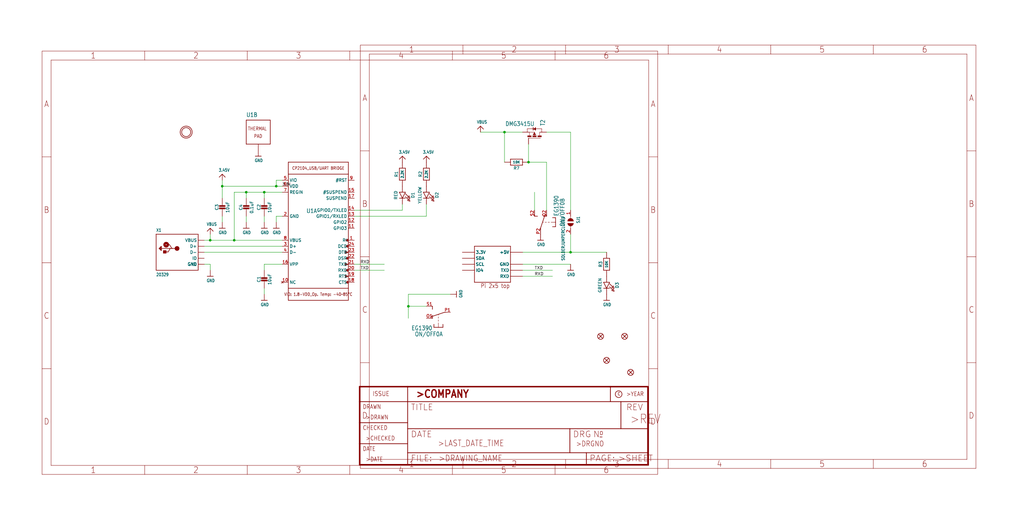
<source format=kicad_sch>
(kicad_sch (version 20211123) (generator eeschema)
  (paper "User" 433.07 220.421)
  (lib_symbols
    (symbol "schematicEagle-eagle-import:3.3V" (power)
      (property "Value" "3.3V" (at -1.524 1.016 0))
      (symbol "3.3V_1_0"
        (polyline (pts (xy -1.27 -1.27) (xy 0 0)) (stroke (width 0.254)))
        (polyline (pts (xy 0 0) (xy 1.27 -1.27)) (stroke (width 0.254)))
        (pin power_in line (at 0 -2.54 90) (length 2.54) (name "3.3V") (number "1"))
      )
    )
    (symbol "schematicEagle-eagle-import:CAP_CERAMIC0603_NO"
      (property "Reference" "C" (at -2.29 1.25 90))
      (property "Value" "CAP_CERAMIC0603_NO" (at 2.3 1.25 90))
      (symbol "CAP_CERAMIC0603_NO_1_0"
        (rectangle (start -1.27 0.508) (end 1.27 1.016) (fill (type outline)))
        (rectangle (start -1.27 1.524) (end 1.27 2.032) (fill (type outline)))
        (polyline (pts (xy 0 0.762) (xy 0 0)) (stroke (width 0.1524)))
        (polyline (pts (xy 0 2.54) (xy 0 1.778)) (stroke (width 0.1524)))
        (pin passive line (at 0 5.08 270) (length 2.54) (name "1") (number "1"))
        (pin passive line (at 0 -2.54 90) (length 2.54) (name "2") (number "2"))
      )
    )
    (symbol "schematicEagle-eagle-import:CAP_CERAMIC0805-NOOUTLINE"
      (property "Reference" "C" (at -2.29 1.25 90))
      (property "Value" "CAP_CERAMIC0805-NOOUTLINE" (at 2.3 1.25 90))
      (symbol "CAP_CERAMIC0805-NOOUTLINE_1_0"
        (rectangle (start -1.27 0.508) (end 1.27 1.016) (fill (type outline)))
        (rectangle (start -1.27 1.524) (end 1.27 2.032) (fill (type outline)))
        (polyline (pts (xy 0 0.762) (xy 0 0)) (stroke (width 0.1524)))
        (polyline (pts (xy 0 2.54) (xy 0 1.778)) (stroke (width 0.1524)))
        (pin passive line (at 0 5.08 270) (length 2.54) (name "1") (number "1"))
        (pin passive line (at 0 -2.54 90) (length 2.54) (name "2") (number "2"))
      )
    )
    (symbol "schematicEagle-eagle-import:CP2104"
      (property "Reference" "U" (at -5.08 6.35 0))
      (symbol "CP2104_1_0"
        (polyline (pts (xy -12.7 -30.48) (xy 12.7 -30.48)) (stroke (width 0.254)))
        (polyline (pts (xy -12.7 -25.4) (xy -12.7 -30.48)) (stroke (width 0.254)))
        (polyline (pts (xy -12.7 -25.4) (xy -12.7 22.86)) (stroke (width 0.254)))
        (polyline (pts (xy -12.7 22.86) (xy -12.7 27.94)) (stroke (width 0.254)))
        (polyline (pts (xy -12.7 22.86) (xy 12.7 22.86)) (stroke (width 0.254)))
        (polyline (pts (xy -12.7 27.94) (xy 12.7 27.94)) (stroke (width 0.254)))
        (polyline (pts (xy 12.7 -30.48) (xy 12.7 -25.4)) (stroke (width 0.254)))
        (polyline (pts (xy 12.7 -25.4) (xy -12.7 -25.4)) (stroke (width 0.254)))
        (polyline (pts (xy 12.7 22.86) (xy 12.7 -25.4)) (stroke (width 0.254)))
        (polyline (pts (xy 12.7 27.94) (xy 12.7 22.86)) (stroke (width 0.254)))
        (polyline (pts (xy 11.43 -19.685) (xy 11.43 -20.955) (xy 12.7 -20.32)) (fill (type outline)))
        (polyline (pts (xy 11.43 -14.605) (xy 11.43 -15.875) (xy 12.7 -15.24)) (fill (type outline)))
        (polyline (pts (xy 11.43 -9.525) (xy 11.43 -10.795) (xy 12.7 -10.16)) (fill (type outline)))
        (polyline (pts (xy 12.7 -22.225) (xy 11.43 -22.86) (xy 12.7 -23.495)) (fill (type outline)))
        (polyline (pts (xy 12.7 -17.145) (xy 11.43 -17.78) (xy 12.7 -18.415)) (fill (type outline)))
        (polyline (pts (xy 12.7 -12.065) (xy 11.43 -12.7) (xy 12.7 -13.335)) (fill (type outline)))
        (polyline (pts (xy 12.7 -6.985) (xy 11.43 -7.62) (xy 12.7 -8.255)) (fill (type outline)))
        (polyline (pts (xy 12.7 -4.445) (xy 11.43 -5.08) (xy 12.7 -5.715)) (fill (type outline)))
        (text "CP2104_USB/UART BRIDGE" (at 0 25.4 0) (effects (font (size 1.27 1.0795))))
        (text "VIO: 1.8-VDD_Op. Temp: -40~85°C" (at 0 -27.94 0) (effects (font (size 1.27 1.0795))))
        (pin input line (at 15.24 -5.08 180) (length 2.54) (name "RI") (number "1"))
        (pin no_connect line (at -15.24 -22.86 0) (length 2.54) (name "NC") (number "10"))
        (pin bidirectional line (at 15.24 0 180) (length 2.54) (name "GPIO3") (number "11"))
        (pin bidirectional line (at 15.24 2.54 180) (length 2.54) (name "GPIO2") (number "12"))
        (pin bidirectional line (at 15.24 5.08 180) (length 2.54) (name "GPIO1/RXLED") (number "13"))
        (pin bidirectional line (at 15.24 7.62 180) (length 2.54) (name "GPIO0/TXLED") (number "14"))
        (pin output line (at 15.24 15.24 180) (length 2.54) (name "#SUSPEND") (number "15"))
        (pin bidirectional line (at -15.24 -15.24 0) (length 2.54) (name "VPP") (number "16"))
        (pin output line (at 15.24 12.7 180) (length 2.54) (name "SUSPEND") (number "17"))
        (pin input line (at 15.24 -22.86 180) (length 2.54) (name "CTS") (number "18"))
        (pin output line (at 15.24 -20.32 180) (length 2.54) (name "RTS") (number "19"))
        (pin power_in line (at -15.24 5.08 0) (length 2.54) (name "GND") (number "2"))
        (pin input line (at 15.24 -17.78 180) (length 2.54) (name "RXD") (number "20"))
        (pin output line (at 15.24 -15.24 180) (length 2.54) (name "TXD") (number "21"))
        (pin input line (at 15.24 -12.7 180) (length 2.54) (name "DSR") (number "22"))
        (pin output line (at 15.24 -10.16 180) (length 2.54) (name "DTR") (number "23"))
        (pin input line (at 15.24 -7.62 180) (length 2.54) (name "DCD") (number "24"))
        (pin bidirectional line (at -15.24 -7.62 0) (length 2.54) (name "D+") (number "3"))
        (pin bidirectional line (at -15.24 -10.16 0) (length 2.54) (name "D-") (number "4"))
        (pin power_in line (at -15.24 20.32 0) (length 2.54) (name "VIO") (number "5"))
        (pin power_in line (at -15.24 17.78 0) (length 2.54) (name "VDD") (number "6"))
        (pin power_in line (at -15.24 15.24 0) (length 2.54) (name "REGIN") (number "7"))
        (pin power_in line (at -15.24 -5.08 0) (length 2.54) (name "VBUS") (number "8"))
        (pin bidirectional line (at 15.24 20.32 180) (length 2.54) (name "#RST") (number "9"))
      )
      (symbol "CP2104_2_0"
        (polyline (pts (xy -5.08 -5.08) (xy -5.08 5.08)) (stroke (width 0.254)))
        (polyline (pts (xy -5.08 5.08) (xy 5.08 5.08)) (stroke (width 0.254)))
        (polyline (pts (xy 5.08 -5.08) (xy -5.08 -5.08)) (stroke (width 0.254)))
        (polyline (pts (xy 5.08 5.08) (xy 5.08 -5.08)) (stroke (width 0.254)))
        (text "PAD" (at -1.905 -2.54 0) (effects (font (size 1.4224 1.209)) (justify left bottom)))
        (text "THERMAL" (at -4.445 0.635 0) (effects (font (size 1.4224 1.209)) (justify left bottom)))
        (pin power_in line (at 0 -7.62 90) (length 2.54) (name "TP") (number "THERM"))
      )
    )
    (symbol "schematicEagle-eagle-import:DPDT-EG1390"
      (property "Reference" "SW" (at -8.255 -1.905 90))
      (property "Value" "DPDT-EG1390" (at -5.715 2.54 90))
      (symbol "DPDT-EG1390_1_0"
        (polyline (pts (xy -6.35 -1.905) (xy -5.08 -1.905)) (stroke (width 0.254)))
        (polyline (pts (xy -6.35 0) (xy -6.35 -1.905)) (stroke (width 0.254)))
        (polyline (pts (xy -6.35 0) (xy -4.445 0)) (stroke (width 0.1524)))
        (polyline (pts (xy -6.35 1.905) (xy -6.35 0)) (stroke (width 0.254)))
        (polyline (pts (xy -6.35 1.905) (xy -5.08 1.905)) (stroke (width 0.254)))
        (polyline (pts (xy -3.175 0) (xy -3.81 0)) (stroke (width 0.1524)))
        (polyline (pts (xy -2.54 2.54) (xy -2.54 3.175)) (stroke (width 0.254)))
        (polyline (pts (xy -2.54 2.54) (xy -1.27 2.54)) (stroke (width 0.254)))
        (polyline (pts (xy -1.905 0) (xy -2.54 0)) (stroke (width 0.1524)))
        (polyline (pts (xy -0.889 0) (xy -1.27 0)) (stroke (width 0.1524)))
        (polyline (pts (xy 0 -3.175) (xy 0 -2.54)) (stroke (width 0.254)))
        (polyline (pts (xy 0 -2.54) (xy -1.905 3.175)) (stroke (width 0.254)))
        (polyline (pts (xy 1.27 2.54) (xy 2.54 2.54)) (stroke (width 0.254)))
        (polyline (pts (xy 2.54 2.54) (xy 2.54 3.175)) (stroke (width 0.254)))
        (pin passive line (at -2.54 5.08 270) (length 2.54) (name "O") (number "O1"))
        (pin passive line (at 0 -5.08 90) (length 2.54) (name "P") (number "P1"))
        (pin passive line (at 2.54 5.08 270) (length 2.54) (name "S") (number "S1"))
      )
      (symbol "DPDT-EG1390_2_0"
        (polyline (pts (xy -6.35 -1.905) (xy -5.08 -1.905)) (stroke (width 0.254)))
        (polyline (pts (xy -6.35 0) (xy -6.35 -1.905)) (stroke (width 0.254)))
        (polyline (pts (xy -6.35 0) (xy -4.445 0)) (stroke (width 0.1524)))
        (polyline (pts (xy -6.35 1.905) (xy -6.35 0)) (stroke (width 0.254)))
        (polyline (pts (xy -6.35 1.905) (xy -5.08 1.905)) (stroke (width 0.254)))
        (polyline (pts (xy -3.175 0) (xy -3.81 0)) (stroke (width 0.1524)))
        (polyline (pts (xy -2.54 2.54) (xy -2.54 3.175)) (stroke (width 0.254)))
        (polyline (pts (xy -2.54 2.54) (xy -1.27 2.54)) (stroke (width 0.254)))
        (polyline (pts (xy -1.905 0) (xy -2.54 0)) (stroke (width 0.1524)))
        (polyline (pts (xy -0.889 0) (xy -1.27 0)) (stroke (width 0.1524)))
        (polyline (pts (xy 0 -3.175) (xy 0 -2.54)) (stroke (width 0.254)))
        (polyline (pts (xy 0 -2.54) (xy -1.905 3.175)) (stroke (width 0.254)))
        (polyline (pts (xy 1.27 2.54) (xy 2.54 2.54)) (stroke (width 0.254)))
        (polyline (pts (xy 2.54 2.54) (xy 2.54 3.175)) (stroke (width 0.254)))
        (pin passive line (at -2.54 5.08 270) (length 2.54) (name "O") (number "O2"))
        (pin passive line (at 0 -5.08 90) (length 2.54) (name "P") (number "P2"))
        (pin passive line (at 2.54 5.08 270) (length 2.54) (name "S") (number "S2"))
      )
    )
    (symbol "schematicEagle-eagle-import:FIDUCIAL_1MM"
      (symbol "FIDUCIAL_1MM_1_0"
        (polyline (pts (xy -0.762 0.762) (xy 0.762 -0.762)) (stroke (width 0.254)))
        (polyline (pts (xy 0.762 0.762) (xy -0.762 -0.762)) (stroke (width 0.254)))
        (circle (center 0 0) (radius 1.27) (stroke (width 0.254)))
      )
    )
    (symbol "schematicEagle-eagle-import:FRAME_A4"
      (symbol "FRAME_A4_0_0"
        (polyline (pts (xy 0 44.7675) (xy 3.81 44.7675)))
        (polyline (pts (xy 0 89.535) (xy 3.81 89.535)))
        (polyline (pts (xy 0 134.3025) (xy 3.81 134.3025)))
        (polyline (pts (xy 3.81 3.81) (xy 3.81 175.26)))
        (polyline (pts (xy 43.3917 0) (xy 43.3917 3.81)))
        (polyline (pts (xy 43.3917 175.26) (xy 43.3917 179.07)))
        (polyline (pts (xy 86.7833 0) (xy 86.7833 3.81)))
        (polyline (pts (xy 86.7833 175.26) (xy 86.7833 179.07)))
        (polyline (pts (xy 130.175 0) (xy 130.175 3.81)))
        (polyline (pts (xy 130.175 175.26) (xy 130.175 179.07)))
        (polyline (pts (xy 173.5667 0) (xy 173.5667 3.81)))
        (polyline (pts (xy 173.5667 175.26) (xy 173.5667 179.07)))
        (polyline (pts (xy 216.9583 0) (xy 216.9583 3.81)))
        (polyline (pts (xy 216.9583 175.26) (xy 216.9583 179.07)))
        (polyline (pts (xy 256.54 3.81) (xy 3.81 3.81)))
        (polyline (pts (xy 256.54 3.81) (xy 256.54 175.26)))
        (polyline (pts (xy 256.54 44.7675) (xy 260.35 44.7675)))
        (polyline (pts (xy 256.54 89.535) (xy 260.35 89.535)))
        (polyline (pts (xy 256.54 134.3025) (xy 260.35 134.3025)))
        (polyline (pts (xy 256.54 175.26) (xy 3.81 175.26)))
        (polyline (pts (xy 0 0) (xy 260.35 0) (xy 260.35 179.07) (xy 0 179.07) (xy 0 0)))
        (text "1" (at 21.6958 1.905 0) (effects (font (size 2.54 2.286))))
        (text "1" (at 21.6958 177.165 0) (effects (font (size 2.54 2.286))))
        (text "2" (at 65.0875 1.905 0) (effects (font (size 2.54 2.286))))
        (text "2" (at 65.0875 177.165 0) (effects (font (size 2.54 2.286))))
        (text "3" (at 108.4792 1.905 0) (effects (font (size 2.54 2.286))))
        (text "3" (at 108.4792 177.165 0) (effects (font (size 2.54 2.286))))
        (text "4" (at 151.8708 1.905 0) (effects (font (size 2.54 2.286))))
        (text "4" (at 151.8708 177.165 0) (effects (font (size 2.54 2.286))))
        (text "5" (at 195.2625 1.905 0) (effects (font (size 2.54 2.286))))
        (text "5" (at 195.2625 177.165 0) (effects (font (size 2.54 2.286))))
        (text "6" (at 238.6542 1.905 0) (effects (font (size 2.54 2.286))))
        (text "6" (at 238.6542 177.165 0) (effects (font (size 2.54 2.286))))
        (text "A" (at 1.905 156.6863 0) (effects (font (size 2.54 2.286))))
        (text "A" (at 258.445 156.6863 0) (effects (font (size 2.54 2.286))))
        (text "B" (at 1.905 111.9188 0) (effects (font (size 2.54 2.286))))
        (text "B" (at 258.445 111.9188 0) (effects (font (size 2.54 2.286))))
        (text "C" (at 1.905 67.1513 0) (effects (font (size 2.54 2.286))))
        (text "C" (at 258.445 67.1513 0) (effects (font (size 2.54 2.286))))
        (text "D" (at 1.905 22.3838 0) (effects (font (size 2.54 2.286))))
        (text "D" (at 258.445 22.3838 0) (effects (font (size 2.54 2.286))))
      )
      (symbol "FRAME_A4_1_0"
        (polyline (pts (xy 256.54 3.81) (xy 256.54 8.89)) (stroke (width 0.1016)))
        (polyline (pts (xy 256.54 8.89) (xy 256.54 13.97)) (stroke (width 0.1016)))
        (polyline (pts (xy 256.54 13.97) (xy 256.54 19.05)) (stroke (width 0.1016)))
        (polyline (pts (xy 256.54 19.05) (xy 256.54 36.83)) (stroke (width 0.1016)))
      )
      (symbol "FRAME_A4_2_0"
        (polyline (pts (xy -0.3048 1.5748) (xy 20.0152 1.5748)) (stroke (width 0.6096)))
        (polyline (pts (xy -0.3048 10.4648) (xy -0.3048 1.5748)) (stroke (width 0.6096)))
        (polyline (pts (xy -0.3048 10.4648) (xy 20.0152 10.4648)) (stroke (width 0.3048)))
        (polyline (pts (xy -0.3048 19.3548) (xy -0.3048 10.4648)) (stroke (width 0.6096)))
        (polyline (pts (xy -0.3048 19.3548) (xy 20.0152 19.3548)) (stroke (width 0.3048)))
        (polyline (pts (xy -0.3048 28.2448) (xy -0.3048 19.3548)) (stroke (width 0.6096)))
        (polyline (pts (xy -0.3048 28.2448) (xy 20.0152 28.2448)) (stroke (width 0.3048)))
        (polyline (pts (xy -0.3048 34.5948) (xy -0.3048 28.2448)) (stroke (width 0.6096)))
        (polyline (pts (xy 20.0152 1.5748) (xy 20.0152 6.6548)) (stroke (width 0.3048)))
        (polyline (pts (xy 20.0152 1.5748) (xy 95.5802 1.5748)) (stroke (width 0.6096)))
        (polyline (pts (xy 20.0152 6.6548) (xy 20.0152 10.4648)) (stroke (width 0.3048)))
        (polyline (pts (xy 20.0152 6.6548) (xy 88.5952 6.6548)) (stroke (width 0.3048)))
        (polyline (pts (xy 20.0152 10.4648) (xy 20.0152 16.8148)) (stroke (width 0.3048)))
        (polyline (pts (xy 20.0152 16.8148) (xy 20.0152 19.3548)) (stroke (width 0.3048)))
        (polyline (pts (xy 20.0152 19.3548) (xy 20.0152 28.2448)) (stroke (width 0.3048)))
        (polyline (pts (xy 20.0152 28.2448) (xy 20.0152 34.5948)) (stroke (width 0.3048)))
        (polyline (pts (xy 20.0152 28.2448) (xy 105.7402 28.2448)) (stroke (width 0.3048)))
        (polyline (pts (xy 20.0152 34.5948) (xy -0.3048 34.5948)) (stroke (width 0.6096)))
        (polyline (pts (xy 88.5952 6.6548) (xy 95.5802 6.6548)) (stroke (width 0.3048)))
        (polyline (pts (xy 88.5952 16.8148) (xy 20.0152 16.8148)) (stroke (width 0.3048)))
        (polyline (pts (xy 88.5952 16.8148) (xy 88.5952 6.6548)) (stroke (width 0.3048)))
        (polyline (pts (xy 95.5802 1.5748) (xy 121.6152 1.5748)) (stroke (width 0.6096)))
        (polyline (pts (xy 95.5802 6.6548) (xy 95.5802 1.5748)) (stroke (width 0.3048)))
        (polyline (pts (xy 95.5802 6.6548) (xy 121.6152 6.6548)) (stroke (width 0.3048)))
        (polyline (pts (xy 101.2952 13.3223) (xy 102.2477 13.3223)) (stroke (width 0.254)))
        (polyline (pts (xy 105.7402 28.2448) (xy 105.7402 34.5948)) (stroke (width 0.3048)))
        (polyline (pts (xy 105.7402 28.2448) (xy 110.1852 28.2448)) (stroke (width 0.3048)))
        (polyline (pts (xy 105.7402 34.5948) (xy 20.0152 34.5948)) (stroke (width 0.6096)))
        (polyline (pts (xy 110.1852 16.8148) (xy 88.5952 16.8148)) (stroke (width 0.3048)))
        (polyline (pts (xy 110.1852 28.2448) (xy 110.1852 16.8148)) (stroke (width 0.3048)))
        (polyline (pts (xy 110.1852 28.2448) (xy 121.6152 28.2448)) (stroke (width 0.3048)))
        (polyline (pts (xy 121.6152 6.6548) (xy 121.6152 1.5748)) (stroke (width 0.6096)))
        (polyline (pts (xy 121.6152 16.8148) (xy 110.1852 16.8148)) (stroke (width 0.3048)))
        (polyline (pts (xy 121.6152 16.8148) (xy 121.6152 6.6548)) (stroke (width 0.6096)))
        (polyline (pts (xy 121.6152 28.2448) (xy 121.6152 16.8148)) (stroke (width 0.6096)))
        (polyline (pts (xy 121.6152 34.5948) (xy 105.7402 34.5948)) (stroke (width 0.6096)))
        (polyline (pts (xy 121.6152 34.5948) (xy 121.6152 28.2448)) (stroke (width 0.6096)))
        (circle (center 109.2327 31.4198) (radius 1.4199) (stroke (width 0.254)))
        (text ">CHECKED" (at 2.2352 11.7348 0) (effects (font (size 1.778 1.5113)) (justify left bottom)))
        (text ">COMPANY" (at 23.349 29.6735 0) (effects (font (size 3.175 2.6987) (thickness 0.5397) bold) (justify left bottom)))
        (text ">DATE" (at 2.2352 2.8448 0) (effects (font (size 1.778 1.5113)) (justify left bottom)))
        (text ">DRAWING_NAME" (at 33.0327 2.8448 0) (effects (font (size 2.54 2.159)) (justify left bottom)))
        (text ">DRAWN" (at 2.2352 20.6248 0) (effects (font (size 1.778 1.5113)) (justify left bottom)))
        (text ">DRGNO" (at 91.1352 9.1948 0) (effects (font (size 2.1844 1.8567)) (justify left bottom)))
        (text ">LAST_DATE_TIME" (at 32.7152 9.1948 0) (effects (font (size 2.54 2.159)) (justify left bottom)))
        (text ">REV" (at 113.9952 18.7198 0) (effects (font (size 3.81 3.2385)) (justify left bottom)))
        (text ">SHEET" (at 108.9152 2.8448 0) (effects (font (size 2.54 2.54)) (justify left bottom)))
        (text ">YEAR" (at 112.4077 30.4673 0) (effects (font (size 1.778 1.5113)) (justify left bottom)))
        (text "C" (at 108.7564 30.7848 0) (effects (font (size 1.27 1.0795)) (justify left bottom)))
        (text "CHECKED" (at 0.9652 16.1798 0) (effects (font (size 1.778 1.5113)) (justify left bottom)))
        (text "DATE" (at 0.9652 7.2898 0) (effects (font (size 1.778 1.5113)) (justify left bottom)))
        (text "DATE" (at 21.2852 13.0048 0) (effects (font (size 2.54 2.54)) (justify left bottom)))
        (text "DRAWN" (at 0.9652 25.0698 0) (effects (font (size 1.778 1.5113)) (justify left bottom)))
        (text "DRG" (at 89.8652 13.0048 0) (effects (font (size 2.54 2.54)) (justify left bottom)))
        (text "FILE:" (at 21.2852 2.8448 0) (effects (font (size 2.54 2.54)) (justify left bottom)))
        (text "ISSUE" (at 5.0927 30.4673 0) (effects (font (size 1.9304 1.6408)) (justify left bottom)))
        (text "N" (at 98.4377 13.0048 0) (effects (font (size 2.54 2.54)) (justify left bottom)))
        (text "o" (at 100.9777 13.9573 0) (effects (font (size 2.1844 1.8567)) (justify left bottom)))
        (text "PAGE:" (at 96.8502 2.8448 0) (effects (font (size 2.54 2.54)) (justify left bottom)))
        (text "REV" (at 112.4077 24.4348 0) (effects (font (size 2.54 2.54)) (justify left bottom)))
        (text "TITLE" (at 21.2852 24.4348 0) (effects (font (size 2.54 2.54)) (justify left bottom)))
      )
    )
    (symbol "schematicEagle-eagle-import:GND" (power)
      (property "Value" "GND" (at -1.524 -2.54 0))
      (symbol "GND_1_0"
        (polyline (pts (xy -1.27 0) (xy 1.27 0)) (stroke (width 0.254)))
        (pin power_in line (at 0 2.54 270) (length 2.54) (name "GND") (number "1"))
      )
    )
    (symbol "schematicEagle-eagle-import:LED0603_NOOUTLINE"
      (property "Reference" "D" (at -1.27 4.445 0))
      (property "Value" "LED0603_NOOUTLINE" (at -1.27 -2.794 0))
      (symbol "LED0603_NOOUTLINE_1_0"
        (polyline (pts (xy -2.54 -1.27) (xy 0 0)) (stroke (width 0.254)))
        (polyline (pts (xy -2.54 1.27) (xy -2.54 -1.27)) (stroke (width 0.254)))
        (polyline (pts (xy -1.905 1.27) (xy -0.635 2.54)) (stroke (width 0.254)))
        (polyline (pts (xy -0.9525 2.8575) (xy -0.3175 2.2225)) (stroke (width 0.254)))
        (polyline (pts (xy -0.635 1.27) (xy 0.635 2.54)) (stroke (width 0.254)))
        (polyline (pts (xy -0.3175 2.2225) (xy 0 3.175)) (stroke (width 0.254)))
        (polyline (pts (xy 0 0) (xy -2.54 1.27)) (stroke (width 0.254)))
        (polyline (pts (xy 0 0) (xy 0 -1.27)) (stroke (width 0.254)))
        (polyline (pts (xy 0 1.27) (xy 0 0)) (stroke (width 0.254)))
        (polyline (pts (xy 0 3.175) (xy -0.9525 2.8575)) (stroke (width 0.254)))
        (polyline (pts (xy 0.3175 2.8575) (xy 0.9525 2.2225)) (stroke (width 0.254)))
        (polyline (pts (xy 0.9525 2.2225) (xy 1.27 3.175)) (stroke (width 0.254)))
        (polyline (pts (xy 1.27 3.175) (xy 0.3175 2.8575)) (stroke (width 0.254)))
        (pin passive line (at -5.08 0 0) (length 2.54) (name "A") (number "A"))
        (pin passive line (at 2.54 0 180) (length 2.54) (name "C") (number "C"))
      )
    )
    (symbol "schematicEagle-eagle-import:MOUNTINGHOLE3.0THIN"
      (symbol "MOUNTINGHOLE3.0THIN_1_0"
        (circle (center 0 0) (radius 1.905) (stroke (width 0.254)))
        (circle (center 0 0) (radius 2.54) (stroke (width 0.254)))
      )
    )
    (symbol "schematicEagle-eagle-import:PMOSSOT23"
      (property "Reference" "T" (at 2.54 2.54 0))
      (property "Value" "PMOSSOT23" (at 2.54 0 0))
      (symbol "PMOSSOT23_1_0"
        (rectangle (start -2.032 -2.921) (end -1.524 -1.397) (fill (type outline)))
        (rectangle (start -2.032 -0.762) (end -1.524 0.762) (fill (type outline)))
        (rectangle (start -2.032 1.397) (end -1.524 2.921) (fill (type outline)))
        (polyline (pts (xy -2.54 -2.54) (xy -2.54 2.54)) (stroke (width 0.1524)))
        (polyline (pts (xy -1.651 0) (xy 0 0)) (stroke (width 0.1524)))
        (polyline (pts (xy -1.524 -2.159) (xy 0 -2.159)) (stroke (width 0.1524)))
        (polyline (pts (xy -1.524 2.159) (xy 0 2.159)) (stroke (width 0.1524)))
        (polyline (pts (xy 0 -2.159) (xy 0 -2.54)) (stroke (width 0.1524)))
        (polyline (pts (xy 0 0) (xy 0 -2.159)) (stroke (width 0.1524)))
        (polyline (pts (xy 0 2.159) (xy 0 2.54)) (stroke (width 0.1524)))
        (polyline (pts (xy 0 3.048) (xy 1.397 3.048)) (stroke (width 0.1524)))
        (polyline (pts (xy 1.397 -3.048) (xy 0 -3.048)) (stroke (width 0.1524)))
        (polyline (pts (xy 1.397 -0.508) (xy 1.397 -3.048)) (stroke (width 0.1524)))
        (polyline (pts (xy 1.397 3.048) (xy 1.397 0.381)) (stroke (width 0.1524)))
        (polyline (pts (xy -0.127 0) (xy -1.143 -0.635) (xy -1.143 0.635)) (fill (type outline)))
        (polyline (pts (xy 1.397 -0.508) (xy 0.762 0.508) (xy 2.032 0.508)) (fill (type outline)))
        (rectangle (start 0.762 -0.635) (end 2.032 -0.508) (fill (type outline)))
        (pin passive line (at 0 5.08 270) (length 2.54) (name "D") (number "1"))
        (pin passive line (at 0 -5.08 90) (length 2.54) (name "S") (number "2"))
        (pin passive line (at -5.08 -2.54 0) (length 2.54) (name "G") (number "3"))
      )
    )
    (symbol "schematicEagle-eagle-import:RASPBERRYPI_2X5"
      (symbol "RASPBERRYPI_2X5_1_0"
        (polyline (pts (xy -7.62 -7.62) (xy -7.62 7.62)) (stroke (width 0.254)))
        (polyline (pts (xy -7.62 7.62) (xy 7.62 7.62)) (stroke (width 0.254)))
        (polyline (pts (xy 7.62 -7.62) (xy -7.62 -7.62)) (stroke (width 0.254)))
        (polyline (pts (xy 7.62 7.62) (xy 7.62 -7.62)) (stroke (width 0.254)))
        (text "Pi 2x5 top" (at -5.08 -10.16 0) (effects (font (size 1.778 1.5113)) (justify left bottom)))
        (pin bidirectional line (at -12.7 5.08 0) (length 5.08) (name "3.3V") (number "1"))
        (pin bidirectional line (at -12.7 5.08 0) (length 5.08) (name "3.3V") (number "1'"))
        (pin input line (at 12.7 -5.08 180) (length 5.08) (name "RXD") (number "10"))
        (pin input line (at 12.7 -5.08 180) (length 5.08) (name "RXD") (number "10'"))
        (pin bidirectional line (at 12.7 5.08 180) (length 5.08) (name "+5V") (number "2"))
        (pin bidirectional line (at 12.7 5.08 180) (length 5.08) (name "+5V") (number "2'"))
        (pin bidirectional line (at -12.7 2.54 0) (length 5.08) (name "SDA") (number "3"))
        (pin bidirectional line (at -12.7 2.54 0) (length 5.08) (name "SDA") (number "3'"))
        (pin bidirectional line (at 12.7 5.08 180) (length 5.08) (name "+5V") (number "4"))
        (pin bidirectional line (at 12.7 5.08 180) (length 5.08) (name "+5V") (number "4'"))
        (pin bidirectional line (at -12.7 -2.54 0) (length 5.08) (name "IO4") (number "5"))
        (pin bidirectional line (at -12.7 -2.54 0) (length 5.08) (name "IO4") (number "5'"))
        (pin power_in line (at 12.7 0 180) (length 5.08) (name "GND") (number "6"))
        (pin power_in line (at 12.7 0 180) (length 5.08) (name "GND") (number "6'"))
        (pin bidirectional line (at -12.7 0 0) (length 5.08) (name "SCL") (number "7"))
        (pin bidirectional line (at -12.7 0 0) (length 5.08) (name "SCL") (number "7'"))
        (pin output line (at 12.7 -2.54 180) (length 5.08) (name "TXD") (number "8"))
        (pin output line (at 12.7 -2.54 180) (length 5.08) (name "TXD") (number "8'"))
        (pin power_in line (at 12.7 0 180) (length 5.08) (name "GND") (number "9"))
        (pin power_in line (at 12.7 0 180) (length 5.08) (name "GND") (number "9'"))
      )
    )
    (symbol "schematicEagle-eagle-import:RESISTOR_0603_NOOUT"
      (property "Reference" "R" (at 0 2.54 0))
      (property "Value" "RESISTOR_0603_NOOUT" (at 0 0 0))
      (symbol "RESISTOR_0603_NOOUT_1_0"
        (polyline (pts (xy -2.54 -1.27) (xy -2.54 1.27)) (stroke (width 0.254)))
        (polyline (pts (xy -2.54 1.27) (xy 2.54 1.27)) (stroke (width 0.254)))
        (polyline (pts (xy 2.54 -1.27) (xy -2.54 -1.27)) (stroke (width 0.254)))
        (polyline (pts (xy 2.54 1.27) (xy 2.54 -1.27)) (stroke (width 0.254)))
        (pin passive line (at -5.08 0 0) (length 2.54) (name "1") (number "1"))
        (pin passive line (at 5.08 0 180) (length 2.54) (name "2") (number "2"))
      )
    )
    (symbol "schematicEagle-eagle-import:SOLDERJUMPERCLOSED"
      (property "Reference" "SJ" (at -2.54 2.54 0))
      (property "Value" "SOLDERJUMPERCLOSED" (at -2.54 -3.81 0))
      (symbol "SOLDERJUMPERCLOSED_1_0"
        (arc (start -0.381 1.2699) (mid -1.6508 0) (end -0.381 -1.2699) (stroke (width 0.0001)) (fill (type outline)))
        (polyline (pts (xy -2.54 0) (xy -1.651 0)) (stroke (width 0.1524)))
        (polyline (pts (xy 2.54 0) (xy 1.651 0)) (stroke (width 0.1524)))
        (arc (start 0.381 -1.2699) (mid 1.6508 0) (end 0.381 1.2699) (stroke (width 0.0001)) (fill (type outline)))
        (pin passive line (at -5.08 0 0) (length 2.54) (name "1") (number "1"))
        (pin passive line (at 5.08 0 180) (length 2.54) (name "2") (number "2"))
      )
    )
    (symbol "schematicEagle-eagle-import:USB_MICRO_20329_V2"
      (property "Reference" "X" (at -10.16 8.636 0))
      (property "Value" "USB_MICRO_20329_V2" (at -10.16 -10.16 0))
      (symbol "USB_MICRO_20329_V2_1_0"
        (rectangle (start -7.12 -0.45) (end -5.92 0.75) (fill (type outline)))
        (circle (center -5.92 3.2) (radius 0.2) (stroke (width 1)))
        (circle (center -1.32 1.6) (radius 0.5) (stroke (width 1)))
        (polyline (pts (xy -10.2 7.62) (xy -10.16 7.62)) (stroke (width 0.254)))
        (polyline (pts (xy -10.16 -7.62) (xy 7.62 -7.62)) (stroke (width 0.254)))
        (polyline (pts (xy -10.16 7.62) (xy -10.16 -7.62)) (stroke (width 0.254)))
        (polyline (pts (xy -10.16 7.62) (xy 7.62 7.62)) (stroke (width 0.254)))
        (polyline (pts (xy -8.92 1.6) (xy -8.12 2.4)) (stroke (width 0.254)))
        (polyline (pts (xy -8.52 1.4) (xy -8.32 1.2)) (stroke (width 0.254)))
        (polyline (pts (xy -8.52 1.6) (xy -8.52 1.4)) (stroke (width 0.254)))
        (polyline (pts (xy -8.32 1.2) (xy -8.32 2)) (stroke (width 0.254)))
        (polyline (pts (xy -8.32 2) (xy -8.72 1.6)) (stroke (width 0.254)))
        (polyline (pts (xy -8.12 0.8) (xy -8.92 1.6)) (stroke (width 0.254)))
        (polyline (pts (xy -8.12 1) (xy -8.12 2.4)) (stroke (width 0.254)))
        (polyline (pts (xy -8.12 2.4) (xy -7.92 2.4)) (stroke (width 0.254)))
        (polyline (pts (xy -7.92 0.8) (xy -8.12 0.8)) (stroke (width 0.254)))
        (polyline (pts (xy -7.92 1.6) (xy -7.92 0.8)) (stroke (width 0.254)))
        (polyline (pts (xy -7.92 2.4) (xy -7.92 1.6)) (stroke (width 0.254)))
        (polyline (pts (xy -6.27 0.15) (xy -5.07 0.15)) (stroke (width 0.254)))
        (polyline (pts (xy -5.52 3.2) (xy -4.52 3.2)) (stroke (width 0.254)))
        (polyline (pts (xy -5.07 0.15) (xy -4.22 1.6)) (stroke (width 0.254)))
        (polyline (pts (xy -4.52 3.2) (xy -3.47 1.6)) (stroke (width 0.254)))
        (polyline (pts (xy -4.22 1.6) (xy -7.92 1.6)) (stroke (width 0.254)))
        (polyline (pts (xy -3.47 1.6) (xy -4.22 1.6)) (stroke (width 0.254)))
        (polyline (pts (xy -1.32 1.6) (xy -3.47 1.6)) (stroke (width 0.254)))
        (polyline (pts (xy 7.62 7.62) (xy 7.62 -7.62)) (stroke (width 0.254)))
        (pin power_in line (at 10.16 -5.08 180) (length 2.54) (name "GND") (number "BASE@1"))
        (pin power_in line (at 10.16 -5.08 180) (length 2.54) (name "GND") (number "BASE@2"))
        (pin bidirectional line (at 10.16 2.54 180) (length 2.54) (name "D+") (number "D+"))
        (pin bidirectional line (at 10.16 0 180) (length 2.54) (name "D-") (number "D-"))
        (pin power_in line (at 10.16 -5.08 180) (length 2.54) (name "GND") (number "GND"))
        (pin bidirectional line (at 10.16 -2.54 180) (length 2.54) (name "ID") (number "ID"))
        (pin power_in line (at 10.16 -5.08 180) (length 2.54) (name "GND") (number "SPRT@1"))
        (pin power_in line (at 10.16 -5.08 180) (length 2.54) (name "GND") (number "SPRT@2"))
        (pin power_in line (at 10.16 -5.08 180) (length 2.54) (name "GND") (number "SPRT@3"))
        (pin power_in line (at 10.16 -5.08 180) (length 2.54) (name "GND") (number "SPRT@4"))
        (pin power_in line (at 10.16 5.08 180) (length 2.54) (name "VBUS") (number "VBUS"))
      )
    )
    (symbol "schematicEagle-eagle-import:VBUS" (power)
      (property "Value" "VBUS" (at -1.524 1.016 0))
      (symbol "VBUS_1_0"
        (polyline (pts (xy -1.27 -1.27) (xy 0 0)) (stroke (width 0.254)))
        (polyline (pts (xy 0 0) (xy 1.27 -1.27)) (stroke (width 0.254)))
        (pin power_in line (at 0 -2.54 90) (length 2.54) (name "VBUS") (number "1"))
      )
    )
  )
  (junction (at 213.36 55.88))
  (junction (at 223.52 68.58))
  (junction (at 116.84 78.74))
  (junction (at 93.98 78.74))
  (junction (at 241.3 106.68))
  (junction (at 99.06 101.6))
  (junction (at 111.76 81.28))
  (junction (at 88.9 101.6))
  (junction (at 172.72 129.54))
  (junction (at 104.14 81.28))
  (wire (pts (xy 172.72 124.46) (xy 190.5 124.46)))
  (wire (pts (xy 99.06 81.28) (xy 99.06 101.6)))
  (wire (pts (xy 220.98 114.3) (xy 233.68 114.3)))
  (wire (pts (xy 162.56 114.3) (xy 149.86 114.3)))
  (wire (pts (xy 88.9 111.76) (xy 88.9 114.3)))
  (wire (pts (xy 93.98 91.44) (xy 93.98 93.98)))
  (wire (pts (xy 116.84 91.44) (xy 116.84 93.98)))
  (wire (pts (xy 111.76 121.92) (xy 111.76 124.46)))
  (wire (pts (xy 119.38 111.76) (xy 111.76 111.76)))
  (wire (pts (xy 99.06 101.6) (xy 119.38 101.6)))
  (wire (pts (xy 226.06 81.28) (xy 226.06 88.9)))
  (wire (pts (xy 104.14 81.28) (xy 99.06 81.28)))
  (wire (pts (xy 233.68 116.84) (xy 220.98 116.84)))
  (wire (pts (xy 119.38 78.74) (xy 116.84 78.74)))
  (wire (pts (xy 93.98 78.74) (xy 93.98 83.82)))
  (wire (pts (xy 111.76 81.28) (xy 111.76 83.82)))
  (wire (pts (xy 119.38 76.2) (xy 116.84 76.2)))
  (wire (pts (xy 116.84 76.2) (xy 116.84 78.74)))
  (wire (pts (xy 119.38 81.28) (xy 111.76 81.28)))
  (wire (pts (xy 213.36 55.88) (xy 220.98 55.88)))
  (wire (pts (xy 223.52 68.58) (xy 231.14 68.58)))
  (wire (pts (xy 172.72 129.54) (xy 172.72 124.46)))
  (wire (pts (xy 86.36 111.76) (xy 88.9 111.76)))
  (wire (pts (xy 170.18 88.9) (xy 170.18 86.36)))
  (wire (pts (xy 104.14 81.28) (xy 104.14 83.82)))
  (wire (pts (xy 111.76 91.44) (xy 111.76 93.98)))
  (wire (pts (xy 116.84 78.74) (xy 93.98 78.74)))
  (wire (pts (xy 223.52 68.58) (xy 223.52 60.96)))
  (wire (pts (xy 149.86 111.76) (xy 162.56 111.76)))
  (wire (pts (xy 149.86 88.9) (xy 170.18 88.9)))
  (wire (pts (xy 203.2 55.88) (xy 213.36 55.88)))
  (wire (pts (xy 180.34 91.44) (xy 180.34 86.36)))
  (wire (pts (xy 149.86 91.44) (xy 180.34 91.44)))
  (wire (pts (xy 231.14 68.58) (xy 231.14 88.9)))
  (wire (pts (xy 241.3 111.76) (xy 220.98 111.76)))
  (wire (pts (xy 86.36 101.6) (xy 88.9 101.6)))
  (wire (pts (xy 241.3 106.68) (xy 220.98 106.68)))
  (wire (pts (xy 93.98 78.74) (xy 93.98 76.2)))
  (wire (pts (xy 241.3 99.06) (xy 241.3 106.68)))
  (wire (pts (xy 241.3 106.68) (xy 256.54 106.68)))
  (wire (pts (xy 213.36 68.58) (xy 213.36 55.88)))
  (wire (pts (xy 86.36 104.14) (xy 119.38 104.14)))
  (wire (pts (xy 88.9 101.6) (xy 99.06 101.6)))
  (wire (pts (xy 86.36 106.68) (xy 119.38 106.68)))
  (wire (pts (xy 119.38 91.44) (xy 116.84 91.44)))
  (wire (pts (xy 111.76 81.28) (xy 104.14 81.28)))
  (wire (pts (xy 111.76 111.76) (xy 111.76 114.3)))
  (wire (pts (xy 88.9 101.6) (xy 88.9 99.06)))
  (wire (pts (xy 104.14 91.44) (xy 104.14 93.98)))
  (wire (pts (xy 241.3 88.9) (xy 241.3 55.88)))
  (wire (pts (xy 231.14 55.88) (xy 241.3 55.88)))
  (wire (pts (xy 172.72 129.54) (xy 180.34 129.54)))
  (wire (pts (xy 172.72 134.62) (xy 172.72 129.54)))
  (label "RXD" (at 152.4 111.76 0) (effects (font (size 1.2446 1.2446))))
  (label "TXD" (at 152.4 114.3 0) (effects (font (size 1.2446 1.2446))))
  (label "RXD" (at 226.06 116.84 0) (effects (font (size 1.2446 1.2446))))
  (label "3.3V" (at 119.38 78.74 0) (effects (font (size 1.016 1.016))))
  (label "TXD" (at 226.06 114.3 0) (effects (font (size 1.2446 1.2446))))
  (symbol (lib_id "schematicEagle-eagle-import:MOUNTINGHOLE3.0THIN") (at 78.74 55.88 0) (unit 1)
    (property "Reference" "U$18" (effects hide))
    (property "Value" "MOUNTINGHOLE3.0THIN" (effects hide))
    (property "Footprint" "schematicEagle:MOUNTINGHOLE_3.0_PLATEDTHIN" (effects hide))
  )
  (symbol (lib_id "schematicEagle-eagle-import:GND") (at 116.84 96.52 0) (unit 1)
    (property "Reference" "#U$2" (effects hide))
    (property "Value" "GND" (at 115.316 99.06 0) (effects (font (size 1.27 1.0795)) (justify left bottom)))
    (property "Footprint" "schematicEagle:" (effects hide))
  )
  (symbol (lib_id "schematicEagle-eagle-import:RESISTOR_0603_NOOUT") (at 180.34 73.66 90) (unit 1)
    (property "Reference" "R2" (at 177.8 73.66 0))
    (property "Value" "2.2K" (at 180.34 73.66 0) (effects (font (size 1.016 1.016) bold)))
    (property "Footprint" "schematicEagle:0603-NO" (effects hide))
  )
  (symbol (lib_id "schematicEagle-eagle-import:3.3V") (at 170.18 66.04 0) (unit 1)
    (property "Reference" "#U$10" (effects hide))
    (property "Value" "3.45V" (at 168.656 65.024 0) (effects (font (size 1.27 1.0795)) (justify left bottom)))
    (property "Footprint" "schematicEagle:" (effects hide))
  )
  (symbol (lib_id "schematicEagle-eagle-import:LED0603_NOOUTLINE") (at 170.18 83.82 270) (unit 1)
    (property "Reference" "D1" (at 174.625 82.55 0))
    (property "Value" "RED" (at 167.386 82.55 0))
    (property "Footprint" "schematicEagle:CHIPLED_0603_NOOUTLINE" (effects hide))
  )
  (symbol (lib_id "schematicEagle-eagle-import:GND") (at 256.54 127 0) (unit 1)
    (property "Reference" "#U$15" (effects hide))
    (property "Value" "GND" (at 255.016 129.54 0) (effects (font (size 1.27 1.0795)) (justify left bottom)))
    (property "Footprint" "schematicEagle:" (effects hide))
  )
  (symbol (lib_id "schematicEagle-eagle-import:RESISTOR_0603_NOOUT") (at 170.18 73.66 90) (unit 1)
    (property "Reference" "R1" (at 167.64 73.66 0))
    (property "Value" "2.2K" (at 170.18 73.66 0) (effects (font (size 1.016 1.016) bold)))
    (property "Footprint" "schematicEagle:0603-NO" (effects hide))
  )
  (symbol (lib_id "schematicEagle-eagle-import:RESISTOR_0603_NOOUT") (at 218.44 68.58 180) (unit 1)
    (property "Reference" "R7" (at 218.44 71.12 0))
    (property "Value" "10K" (at 218.44 68.58 0) (effects (font (size 1.016 1.016) bold)))
    (property "Footprint" "schematicEagle:0603-NO" (effects hide))
  )
  (symbol (lib_id "schematicEagle-eagle-import:GND") (at 111.76 96.52 0) (unit 1)
    (property "Reference" "#U$4" (effects hide))
    (property "Value" "GND" (at 110.236 99.06 0) (effects (font (size 1.27 1.0795)) (justify left bottom)))
    (property "Footprint" "schematicEagle:" (effects hide))
  )
  (symbol (lib_id "schematicEagle-eagle-import:GND") (at 88.9 116.84 0) (unit 1)
    (property "Reference" "#U$1" (effects hide))
    (property "Value" "GND" (at 87.376 119.38 0) (effects (font (size 1.27 1.0795)) (justify left bottom)))
    (property "Footprint" "schematicEagle:" (effects hide))
  )
  (symbol (lib_id "schematicEagle-eagle-import:USB_MICRO_20329_V2") (at 76.2 106.68 0) (unit 1)
    (property "Reference" "X1" (at 66.04 98.044 0) (effects (font (size 1.27 1.0795)) (justify left bottom)))
    (property "Value" "20329" (at 66.04 116.84 0) (effects (font (size 1.27 1.0795)) (justify left bottom)))
    (property "Footprint" "schematicEagle:4UCONN_20329_V2" (effects hide))
  )
  (symbol (lib_id "schematicEagle-eagle-import:RASPBERRYPI_2X5") (at 208.28 111.76 0) (unit 1)
    (property "Reference" "U$9" (effects hide))
    (property "Value" "RASPBERRYPI_2X5" (effects hide))
    (property "Footprint" "schematicEagle:RASPBERRYPI_2X5_THMSMT" (effects hide))
  )
  (symbol (lib_id "schematicEagle-eagle-import:CAP_CERAMIC0805-NOOUTLINE") (at 93.98 88.9 0) (unit 1)
    (property "Reference" "C3" (at 91.69 87.65 90))
    (property "Value" "10uF" (at 96.28 87.65 90))
    (property "Footprint" "schematicEagle:0805-NO" (effects hide))
  )
  (symbol (lib_id "schematicEagle-eagle-import:RESISTOR_0603_NOOUT") (at 256.54 111.76 90) (unit 1)
    (property "Reference" "R3" (at 254 111.76 0))
    (property "Value" "10K" (at 256.54 111.76 0) (effects (font (size 1.016 1.016) bold)))
    (property "Footprint" "schematicEagle:0603-NO" (effects hide))
  )
  (symbol (lib_id "schematicEagle-eagle-import:FIDUCIAL_1MM") (at 264.16 142.24 0) (unit 1)
    (property "Reference" "FID4" (effects hide))
    (property "Value" "FIDUCIAL_1MM" (effects hide))
    (property "Footprint" "schematicEagle:FIDUCIAL_1MM" (effects hide))
  )
  (symbol (lib_id "schematicEagle-eagle-import:CAP_CERAMIC0805-NOOUTLINE") (at 111.76 88.9 0) (unit 1)
    (property "Reference" "C2" (at 109.47 87.65 90))
    (property "Value" "10uF" (at 114.06 87.65 90))
    (property "Footprint" "schematicEagle:0805-NO" (effects hide))
  )
  (symbol (lib_id "schematicEagle-eagle-import:CP2104") (at 109.22 55.88 0) (unit 2)
    (property "Reference" "U1" (at 104.14 49.53 0) (effects (font (size 1.778 1.5113)) (justify left bottom)))
    (property "Value" "CP2104" (effects hide))
    (property "Footprint" "schematicEagle:QFN24_4MM_SMSC" (effects hide))
  )
  (symbol (lib_id "schematicEagle-eagle-import:FIDUCIAL_1MM") (at 254 142.24 0) (unit 1)
    (property "Reference" "FID3" (effects hide))
    (property "Value" "FIDUCIAL_1MM" (effects hide))
    (property "Footprint" "schematicEagle:FIDUCIAL_1MM" (effects hide))
  )
  (symbol (lib_id "schematicEagle-eagle-import:FRAME_A4") (at 152.4 198.12 0) (unit 2)
    (property "Reference" "#FRAME1" (effects hide))
    (property "Value" "FRAME_A4" (effects hide))
    (property "Footprint" "schematicEagle:" (effects hide))
  )
  (symbol (lib_id "schematicEagle-eagle-import:DPDT-EG1390") (at 228.6 93.98 0) (mirror y) (unit 2)
    (property "Reference" "ON/OFF0" (at 236.855 95.885 90) (effects (font (size 1.778 1.5113)) (justify left bottom)))
    (property "Value" "EG1390" (at 234.315 91.44 90) (effects (font (size 1.778 1.5113)) (justify left bottom)))
    (property "Footprint" "schematicEagle:EG1390" (effects hide))
  )
  (symbol (lib_id "schematicEagle-eagle-import:LED0603_NOOUTLINE") (at 256.54 121.92 270) (unit 1)
    (property "Reference" "D3" (at 260.985 120.65 0))
    (property "Value" "GREEN" (at 253.746 120.65 0))
    (property "Footprint" "schematicEagle:CHIPLED_0603_NOOUTLINE" (effects hide))
  )
  (symbol (lib_id "schematicEagle-eagle-import:GND") (at 93.98 96.52 0) (unit 1)
    (property "Reference" "#U$6" (effects hide))
    (property "Value" "GND" (at 92.456 99.06 0) (effects (font (size 1.27 1.0795)) (justify left bottom)))
    (property "Footprint" "schematicEagle:" (effects hide))
  )
  (symbol (lib_id "schematicEagle-eagle-import:VBUS") (at 203.2 53.34 0) (unit 1)
    (property "Reference" "#U$13" (effects hide))
    (property "Value" "VBUS" (at 201.676 52.324 0) (effects (font (size 1.27 1.0795)) (justify left bottom)))
    (property "Footprint" "schematicEagle:" (effects hide))
  )
  (symbol (lib_id "schematicEagle-eagle-import:DPDT-EG1390") (at 185.42 132.08 90) (unit 1)
    (property "Reference" "ON/OFF0" (at 187.325 140.335 90) (effects (font (size 1.778 1.5113)) (justify left bottom)))
    (property "Value" "EG1390" (at 182.88 137.795 90) (effects (font (size 1.778 1.5113)) (justify left bottom)))
    (property "Footprint" "schematicEagle:EG1390" (effects hide))
  )
  (symbol (lib_id "schematicEagle-eagle-import:SOLDERJUMPERCLOSED") (at 241.3 93.98 270) (unit 1)
    (property "Reference" "SJ1" (at 243.84 91.44 0) (effects (font (size 1.27 1.0795)) (justify left bottom)))
    (property "Value" "SOLDERJUMPERCLOSED" (at 237.49 91.44 0) (effects (font (size 1.27 1.0795)) (justify left bottom)))
    (property "Footprint" "schematicEagle:SOLDERJUMPER_CLOSEDWIRE" (effects hide))
  )
  (symbol (lib_id "schematicEagle-eagle-import:LED0603_NOOUTLINE") (at 180.34 83.82 270) (unit 1)
    (property "Reference" "D2" (at 184.785 82.55 0))
    (property "Value" "YELLOW" (at 177.546 82.55 0))
    (property "Footprint" "schematicEagle:CHIPLED_0603_NOOUTLINE" (effects hide))
  )
  (symbol (lib_id "schematicEagle-eagle-import:VBUS") (at 88.9 96.52 0) (unit 1)
    (property "Reference" "#U$5" (effects hide))
    (property "Value" "VBUS" (at 87.376 95.504 0) (effects (font (size 1.27 1.0795)) (justify left bottom)))
    (property "Footprint" "schematicEagle:" (effects hide))
  )
  (symbol (lib_id "schematicEagle-eagle-import:FRAME_A4") (at 17.78 200.66 0) (unit 1)
    (property "Reference" "#FRAME1" (effects hide))
    (property "Value" "FRAME_A4" (effects hide))
    (property "Footprint" "schematicEagle:" (effects hide))
  )
  (symbol (lib_id "schematicEagle-eagle-import:CAP_CERAMIC0805-NOOUTLINE") (at 111.76 119.38 0) (unit 1)
    (property "Reference" "C1" (at 109.47 118.13 90))
    (property "Value" "10uF" (at 114.06 118.13 90))
    (property "Footprint" "schematicEagle:0805-NO" (effects hide))
  )
  (symbol (lib_id "schematicEagle-eagle-import:3.3V") (at 180.34 66.04 0) (unit 1)
    (property "Reference" "#U$11" (effects hide))
    (property "Value" "3.45V" (at 178.816 65.024 0) (effects (font (size 1.27 1.0795)) (justify left bottom)))
    (property "Footprint" "schematicEagle:" (effects hide))
  )
  (symbol (lib_id "schematicEagle-eagle-import:3.3V") (at 93.98 73.66 0) (unit 1)
    (property "Reference" "#U$7" (effects hide))
    (property "Value" "3.45V" (at 92.456 72.644 0) (effects (font (size 1.27 1.0795)) (justify left bottom)))
    (property "Footprint" "schematicEagle:" (effects hide))
  )
  (symbol (lib_id "schematicEagle-eagle-import:GND") (at 228.6 101.6 0) (unit 1)
    (property "Reference" "#U$14" (effects hide))
    (property "Value" "GND" (at 227.076 104.14 0) (effects (font (size 1.27 1.0795)) (justify left bottom)))
    (property "Footprint" "schematicEagle:" (effects hide))
  )
  (symbol (lib_id "schematicEagle-eagle-import:FIDUCIAL_1MM") (at 266.7 157.48 0) (unit 1)
    (property "Reference" "FID2" (effects hide))
    (property "Value" "FIDUCIAL_1MM" (effects hide))
    (property "Footprint" "schematicEagle:FIDUCIAL_1MM" (effects hide))
  )
  (symbol (lib_id "schematicEagle-eagle-import:GND") (at 193.04 124.46 90) (unit 1)
    (property "Reference" "#U$16" (effects hide))
    (property "Value" "GND" (at 195.58 125.984 0) (effects (font (size 1.27 1.0795)) (justify left bottom)))
    (property "Footprint" "schematicEagle:" (effects hide))
  )
  (symbol (lib_id "schematicEagle-eagle-import:FIDUCIAL_1MM") (at 256.54 152.4 0) (unit 1)
    (property "Reference" "FID1" (effects hide))
    (property "Value" "FIDUCIAL_1MM" (effects hide))
    (property "Footprint" "schematicEagle:FIDUCIAL_1MM" (effects hide))
  )
  (symbol (lib_id "schematicEagle-eagle-import:GND") (at 111.76 127 0) (unit 1)
    (property "Reference" "#U$3" (effects hide))
    (property "Value" "GND" (at 110.236 129.54 0) (effects (font (size 1.27 1.0795)) (justify left bottom)))
    (property "Footprint" "schematicEagle:" (effects hide))
  )
  (symbol (lib_id "schematicEagle-eagle-import:PMOSSOT23") (at 226.06 55.88 270) (mirror x) (unit 1)
    (property "Reference" "T2" (at 228.6 53.34 0) (effects (font (size 1.778 1.5113)) (justify left bottom)))
    (property "Value" "DMG3415U" (at 226.06 53.34 90) (effects (font (size 1.778 1.5113)) (justify right top)))
    (property "Footprint" "schematicEagle:SOT-23" (effects hide))
  )
  (symbol (lib_id "schematicEagle-eagle-import:GND") (at 241.3 114.3 0) (unit 1)
    (property "Reference" "#U$12" (effects hide))
    (property "Value" "GND" (at 239.776 116.84 0) (effects (font (size 1.27 1.0795)) (justify left bottom)))
    (property "Footprint" "schematicEagle:" (effects hide))
  )
  (symbol (lib_id "schematicEagle-eagle-import:CP2104") (at 134.62 96.52 0) (unit 1)
    (property "Reference" "U1" (at 129.54 90.17 0) (effects (font (size 1.778 1.5113)) (justify left bottom)))
    (property "Value" "CP2104" (effects hide))
    (property "Footprint" "schematicEagle:QFN24_4MM_SMSC" (effects hide))
  )
  (symbol (lib_id "schematicEagle-eagle-import:GND") (at 104.14 96.52 0) (unit 1)
    (property "Reference" "#U$21" (effects hide))
    (property "Value" "GND" (at 102.616 99.06 0) (effects (font (size 1.27 1.0795)) (justify left bottom)))
    (property "Footprint" "schematicEagle:" (effects hide))
  )
  (symbol (lib_id "schematicEagle-eagle-import:CAP_CERAMIC0603_NO") (at 104.14 88.9 0) (unit 1)
    (property "Reference" "C4" (at 101.85 87.65 90))
    (property "Value" "0.1uF" (at 106.44 87.65 90))
    (property "Footprint" "schematicEagle:0603-NO" (effects hide))
  )
  (symbol (lib_id "schematicEagle-eagle-import:GND") (at 109.22 66.04 0) (unit 1)
    (property "Reference" "#U$20" (effects hide))
    (property "Value" "GND" (at 107.696 68.58 0) (effects (font (size 1.27 1.0795)) (justify left bottom)))
    (property "Footprint" "schematicEagle:" (effects hide))
  )
)
</source>
